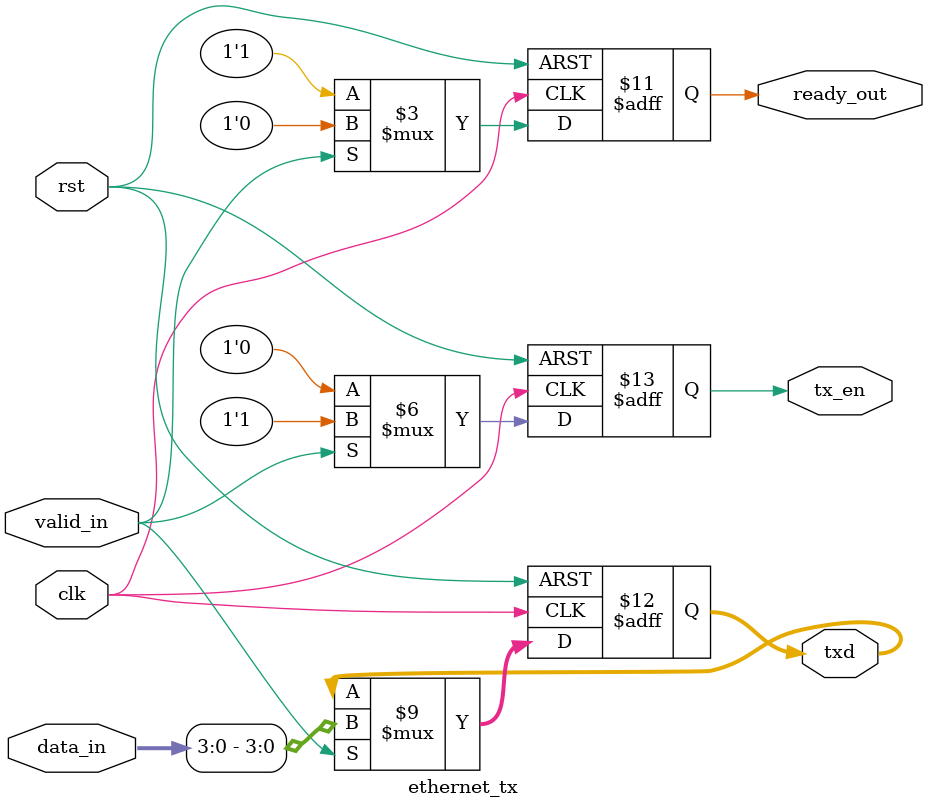
<source format=v>
module ethernet_tx(
    input wire clk,
    input wire rst,
    input wire [7:0] data_in,
    input wire valid_in,
    output reg ready_out,
    output reg [3:0] txd,
    output reg tx_en
);

    always @(posedge clk or posedge rst) begin
        if (rst) begin
            txd <= 0;
            tx_en <= 0;
            ready_out <= 1;
        end else if (valid_in) begin
            txd <= data_in[3:0];
            tx_en <= 1;
            ready_out <= 0;
        end else begin
            tx_en <= 0;
            ready_out <= 1;
        end
    end

endmodule

</source>
